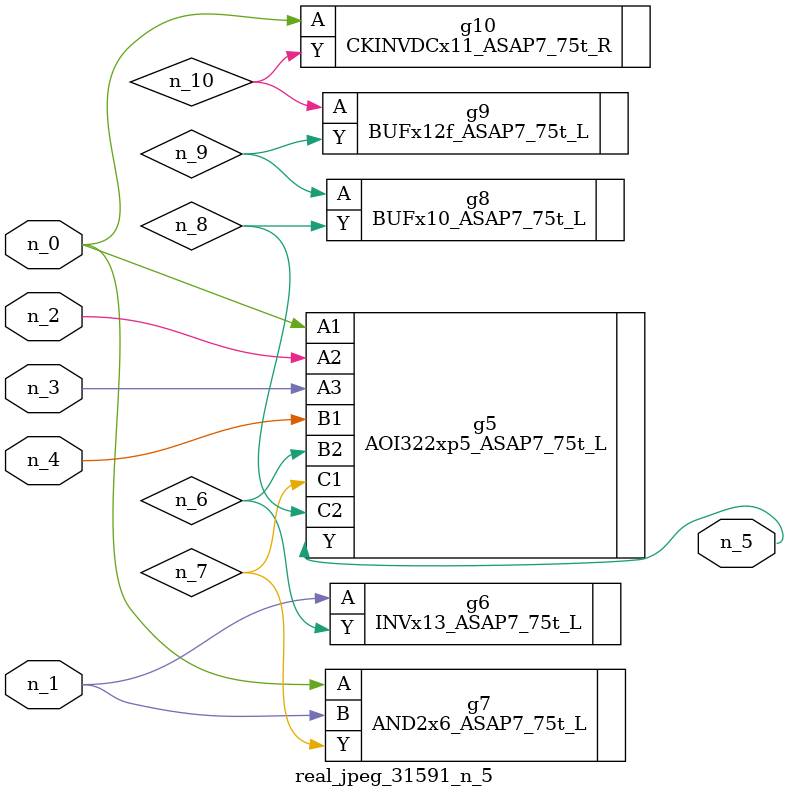
<source format=v>
module real_jpeg_31591_n_5 (n_4, n_0, n_1, n_2, n_3, n_5);

input n_4;
input n_0;
input n_1;
input n_2;
input n_3;

output n_5;

wire n_8;
wire n_6;
wire n_7;
wire n_10;
wire n_9;

AOI322xp5_ASAP7_75t_L g5 ( 
.A1(n_0),
.A2(n_2),
.A3(n_3),
.B1(n_4),
.B2(n_6),
.C1(n_7),
.C2(n_8),
.Y(n_5)
);

AND2x6_ASAP7_75t_L g7 ( 
.A(n_0),
.B(n_1),
.Y(n_7)
);

CKINVDCx11_ASAP7_75t_R g10 ( 
.A(n_0),
.Y(n_10)
);

INVx13_ASAP7_75t_L g6 ( 
.A(n_1),
.Y(n_6)
);

BUFx10_ASAP7_75t_L g8 ( 
.A(n_9),
.Y(n_8)
);

BUFx12f_ASAP7_75t_L g9 ( 
.A(n_10),
.Y(n_9)
);


endmodule
</source>
